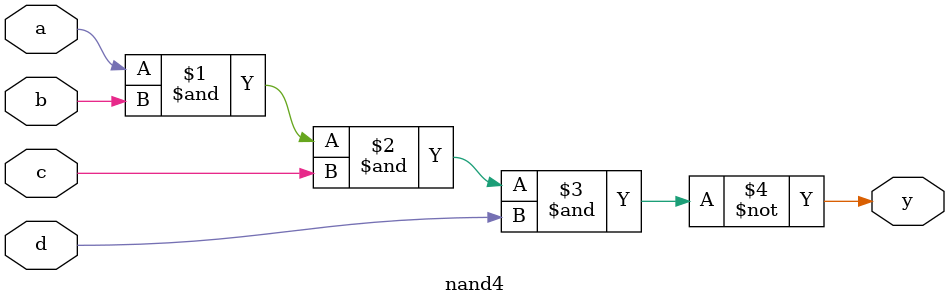
<source format=v>
/*******************************************************************
* This Program is the Confidential and Proprietary product of Altera Corp.    *
* Any unauthorized use,  reproduction or transfer of this program is strictly *
* prohibited. Copyright (c)  1994  by Altera Corp. All Rights Reserved.       *
*******************************************************************/
`celldefine

`timescale  1ns /  100ps
module nand4 (y, a, b, c, d);
	parameter size =1;
	input
		a,
		b,
		c,
		d;
	output
		y;
    nand  
	  (y, a, b, c, d);

specify

	// Synthesis parameters
	`ifdef SYNTH
     	specparam area = 1;
     	specparam capacitance$a = 1;
     	specparam capacitance$b = 1;
     	specparam capacitance$c = 1;
     	specparam capacitance$d = 1;
	`endif

    // Path Delays
    (a => y) = (1.0,1.0);
    (b => y) = (1.0,1.0);
    (c => y) = (1.0,1.0);
    (d => y) = (1.0,1.0);

endspecify

endmodule
`endcelldefine

</source>
